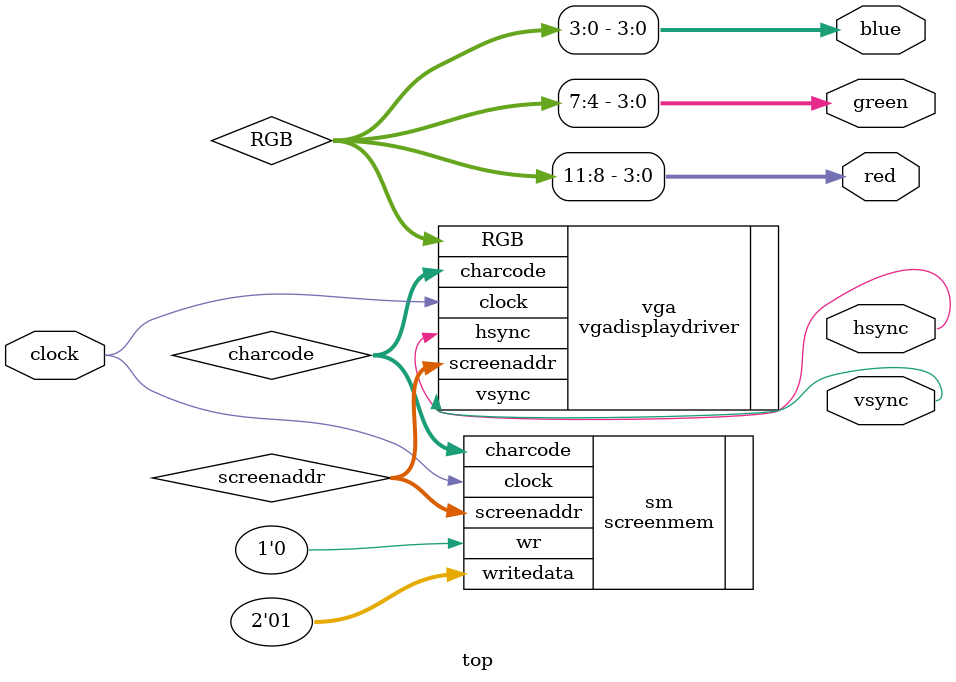
<source format=sv>
`timescale 1ns / 1ps
`default_nettype none


module top #(
    parameter ScreenNloc = 1200,
    parameter ScreenDbits = 2,
    parameter BitmapNloc = 1024,
    parameter BitmapDbits = 12
)(
    input wire clock,
    output wire [3:0] red, green, blue,
    output wire vsync, hsync
    );
  
    //VGA Display Driver
    wire [$clog2(ScreenNloc)-1:0] screenaddr;
    wire [ScreenDbits-1:0] charcode;
    wire [11:0] RGB;
    vgadisplaydriver #(ScreenNloc, ScreenDbits, BitmapNloc, BitmapDbits) vga(.clock(clock), .screenaddr(screenaddr), .charcode(charcode), .RGB(RGB), .hsync(hsync), .vsync(vsync));

    assign red = RGB[11:8];
    assign green = RGB[7:4];
    assign blue = RGB[3:0];
    
    //Screen Memory
    screenmem #(ScreenNloc, ScreenDbits) sm(.clock(clock), .wr(1'b0), .writedata(2'b01), .screenaddr(screenaddr), .charcode(charcode));
//    screenmem #(ScreenNloc, ScreenDbits) sm(.screenaddr(screenaddr), .charcode(charcode));
    
    
endmodule

</source>
